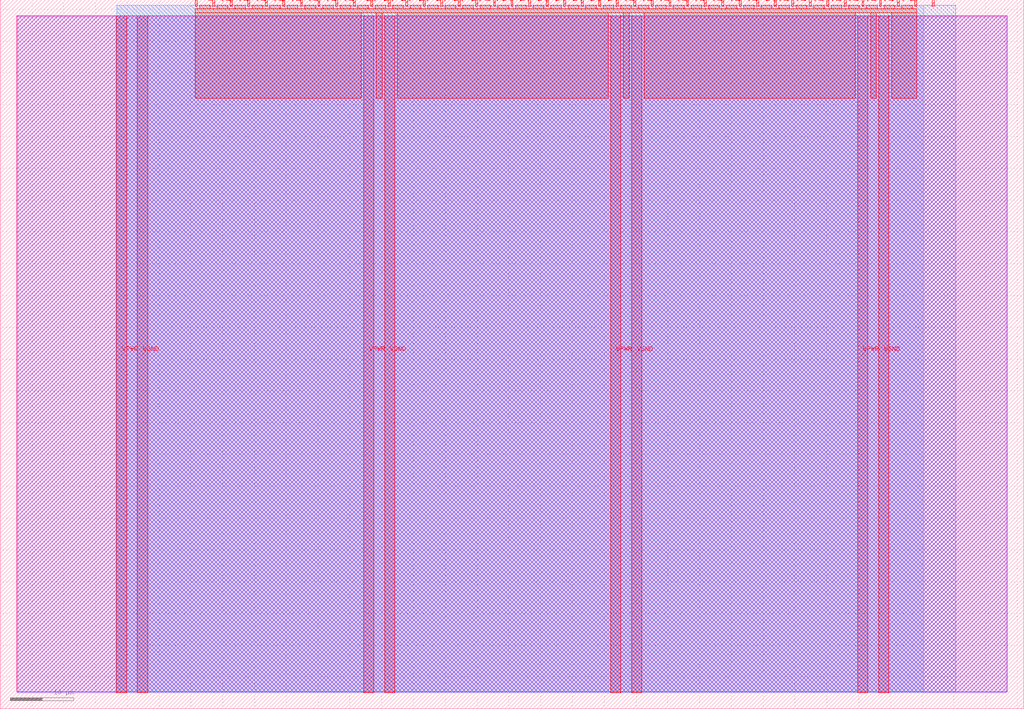
<source format=lef>
VERSION 5.7 ;
  NOWIREEXTENSIONATPIN ON ;
  DIVIDERCHAR "/" ;
  BUSBITCHARS "[]" ;
MACRO tt_um_wokwi_414121442515858433
  CLASS BLOCK ;
  FOREIGN tt_um_wokwi_414121442515858433 ;
  ORIGIN 0.000 0.000 ;
  SIZE 161.000 BY 111.520 ;
  PIN VGND
    DIRECTION INOUT ;
    USE GROUND ;
    PORT
      LAYER met4 ;
        RECT 21.580 2.480 23.180 109.040 ;
    END
    PORT
      LAYER met4 ;
        RECT 60.450 2.480 62.050 109.040 ;
    END
    PORT
      LAYER met4 ;
        RECT 99.320 2.480 100.920 109.040 ;
    END
    PORT
      LAYER met4 ;
        RECT 138.190 2.480 139.790 109.040 ;
    END
  END VGND
  PIN VPWR
    DIRECTION INOUT ;
    USE POWER ;
    PORT
      LAYER met4 ;
        RECT 18.280 2.480 19.880 109.040 ;
    END
    PORT
      LAYER met4 ;
        RECT 57.150 2.480 58.750 109.040 ;
    END
    PORT
      LAYER met4 ;
        RECT 96.020 2.480 97.620 109.040 ;
    END
    PORT
      LAYER met4 ;
        RECT 134.890 2.480 136.490 109.040 ;
    END
  END VPWR
  PIN clk
    DIRECTION INPUT ;
    USE SIGNAL ;
    ANTENNAGATEAREA 0.159000 ;
    PORT
      LAYER met4 ;
        RECT 143.830 110.520 144.130 111.520 ;
    END
  END clk
  PIN ena
    DIRECTION INPUT ;
    USE SIGNAL ;
    PORT
      LAYER met4 ;
        RECT 146.590 110.520 146.890 111.520 ;
    END
  END ena
  PIN rst_n
    DIRECTION INPUT ;
    USE SIGNAL ;
    PORT
      LAYER met4 ;
        RECT 141.070 110.520 141.370 111.520 ;
    END
  END rst_n
  PIN ui_in[0]
    DIRECTION INPUT ;
    USE SIGNAL ;
    ANTENNAGATEAREA 0.196500 ;
    PORT
      LAYER met4 ;
        RECT 138.310 110.520 138.610 111.520 ;
    END
  END ui_in[0]
  PIN ui_in[1]
    DIRECTION INPUT ;
    USE SIGNAL ;
    ANTENNAGATEAREA 0.196500 ;
    PORT
      LAYER met4 ;
        RECT 135.550 110.520 135.850 111.520 ;
    END
  END ui_in[1]
  PIN ui_in[2]
    DIRECTION INPUT ;
    USE SIGNAL ;
    ANTENNAGATEAREA 0.196500 ;
    PORT
      LAYER met4 ;
        RECT 132.790 110.520 133.090 111.520 ;
    END
  END ui_in[2]
  PIN ui_in[3]
    DIRECTION INPUT ;
    USE SIGNAL ;
    ANTENNAGATEAREA 0.196500 ;
    PORT
      LAYER met4 ;
        RECT 130.030 110.520 130.330 111.520 ;
    END
  END ui_in[3]
  PIN ui_in[4]
    DIRECTION INPUT ;
    USE SIGNAL ;
    PORT
      LAYER met4 ;
        RECT 127.270 110.520 127.570 111.520 ;
    END
  END ui_in[4]
  PIN ui_in[5]
    DIRECTION INPUT ;
    USE SIGNAL ;
    PORT
      LAYER met4 ;
        RECT 124.510 110.520 124.810 111.520 ;
    END
  END ui_in[5]
  PIN ui_in[6]
    DIRECTION INPUT ;
    USE SIGNAL ;
    PORT
      LAYER met4 ;
        RECT 121.750 110.520 122.050 111.520 ;
    END
  END ui_in[6]
  PIN ui_in[7]
    DIRECTION INPUT ;
    USE SIGNAL ;
    PORT
      LAYER met4 ;
        RECT 118.990 110.520 119.290 111.520 ;
    END
  END ui_in[7]
  PIN uio_in[0]
    DIRECTION INPUT ;
    USE SIGNAL ;
    PORT
      LAYER met4 ;
        RECT 116.230 110.520 116.530 111.520 ;
    END
  END uio_in[0]
  PIN uio_in[1]
    DIRECTION INPUT ;
    USE SIGNAL ;
    PORT
      LAYER met4 ;
        RECT 113.470 110.520 113.770 111.520 ;
    END
  END uio_in[1]
  PIN uio_in[2]
    DIRECTION INPUT ;
    USE SIGNAL ;
    PORT
      LAYER met4 ;
        RECT 110.710 110.520 111.010 111.520 ;
    END
  END uio_in[2]
  PIN uio_in[3]
    DIRECTION INPUT ;
    USE SIGNAL ;
    PORT
      LAYER met4 ;
        RECT 107.950 110.520 108.250 111.520 ;
    END
  END uio_in[3]
  PIN uio_in[4]
    DIRECTION INPUT ;
    USE SIGNAL ;
    PORT
      LAYER met4 ;
        RECT 105.190 110.520 105.490 111.520 ;
    END
  END uio_in[4]
  PIN uio_in[5]
    DIRECTION INPUT ;
    USE SIGNAL ;
    PORT
      LAYER met4 ;
        RECT 102.430 110.520 102.730 111.520 ;
    END
  END uio_in[5]
  PIN uio_in[6]
    DIRECTION INPUT ;
    USE SIGNAL ;
    PORT
      LAYER met4 ;
        RECT 99.670 110.520 99.970 111.520 ;
    END
  END uio_in[6]
  PIN uio_in[7]
    DIRECTION INPUT ;
    USE SIGNAL ;
    PORT
      LAYER met4 ;
        RECT 96.910 110.520 97.210 111.520 ;
    END
  END uio_in[7]
  PIN uio_oe[0]
    DIRECTION OUTPUT ;
    USE SIGNAL ;
    PORT
      LAYER met4 ;
        RECT 49.990 110.520 50.290 111.520 ;
    END
  END uio_oe[0]
  PIN uio_oe[1]
    DIRECTION OUTPUT ;
    USE SIGNAL ;
    PORT
      LAYER met4 ;
        RECT 47.230 110.520 47.530 111.520 ;
    END
  END uio_oe[1]
  PIN uio_oe[2]
    DIRECTION OUTPUT ;
    USE SIGNAL ;
    PORT
      LAYER met4 ;
        RECT 44.470 110.520 44.770 111.520 ;
    END
  END uio_oe[2]
  PIN uio_oe[3]
    DIRECTION OUTPUT ;
    USE SIGNAL ;
    PORT
      LAYER met4 ;
        RECT 41.710 110.520 42.010 111.520 ;
    END
  END uio_oe[3]
  PIN uio_oe[4]
    DIRECTION OUTPUT ;
    USE SIGNAL ;
    PORT
      LAYER met4 ;
        RECT 38.950 110.520 39.250 111.520 ;
    END
  END uio_oe[4]
  PIN uio_oe[5]
    DIRECTION OUTPUT ;
    USE SIGNAL ;
    PORT
      LAYER met4 ;
        RECT 36.190 110.520 36.490 111.520 ;
    END
  END uio_oe[5]
  PIN uio_oe[6]
    DIRECTION OUTPUT ;
    USE SIGNAL ;
    PORT
      LAYER met4 ;
        RECT 33.430 110.520 33.730 111.520 ;
    END
  END uio_oe[6]
  PIN uio_oe[7]
    DIRECTION OUTPUT ;
    USE SIGNAL ;
    PORT
      LAYER met4 ;
        RECT 30.670 110.520 30.970 111.520 ;
    END
  END uio_oe[7]
  PIN uio_out[0]
    DIRECTION OUTPUT ;
    USE SIGNAL ;
    PORT
      LAYER met4 ;
        RECT 72.070 110.520 72.370 111.520 ;
    END
  END uio_out[0]
  PIN uio_out[1]
    DIRECTION OUTPUT ;
    USE SIGNAL ;
    PORT
      LAYER met4 ;
        RECT 69.310 110.520 69.610 111.520 ;
    END
  END uio_out[1]
  PIN uio_out[2]
    DIRECTION OUTPUT ;
    USE SIGNAL ;
    PORT
      LAYER met4 ;
        RECT 66.550 110.520 66.850 111.520 ;
    END
  END uio_out[2]
  PIN uio_out[3]
    DIRECTION OUTPUT ;
    USE SIGNAL ;
    PORT
      LAYER met4 ;
        RECT 63.790 110.520 64.090 111.520 ;
    END
  END uio_out[3]
  PIN uio_out[4]
    DIRECTION OUTPUT ;
    USE SIGNAL ;
    PORT
      LAYER met4 ;
        RECT 61.030 110.520 61.330 111.520 ;
    END
  END uio_out[4]
  PIN uio_out[5]
    DIRECTION OUTPUT ;
    USE SIGNAL ;
    PORT
      LAYER met4 ;
        RECT 58.270 110.520 58.570 111.520 ;
    END
  END uio_out[5]
  PIN uio_out[6]
    DIRECTION OUTPUT ;
    USE SIGNAL ;
    PORT
      LAYER met4 ;
        RECT 55.510 110.520 55.810 111.520 ;
    END
  END uio_out[6]
  PIN uio_out[7]
    DIRECTION OUTPUT ;
    USE SIGNAL ;
    PORT
      LAYER met4 ;
        RECT 52.750 110.520 53.050 111.520 ;
    END
  END uio_out[7]
  PIN uo_out[0]
    DIRECTION OUTPUT ;
    USE SIGNAL ;
    PORT
      LAYER met4 ;
        RECT 94.150 110.520 94.450 111.520 ;
    END
  END uo_out[0]
  PIN uo_out[1]
    DIRECTION OUTPUT ;
    USE SIGNAL ;
    ANTENNADIFFAREA 0.795200 ;
    PORT
      LAYER met4 ;
        RECT 91.390 110.520 91.690 111.520 ;
    END
  END uo_out[1]
  PIN uo_out[2]
    DIRECTION OUTPUT ;
    USE SIGNAL ;
    PORT
      LAYER met4 ;
        RECT 88.630 110.520 88.930 111.520 ;
    END
  END uo_out[2]
  PIN uo_out[3]
    DIRECTION OUTPUT ;
    USE SIGNAL ;
    PORT
      LAYER met4 ;
        RECT 85.870 110.520 86.170 111.520 ;
    END
  END uo_out[3]
  PIN uo_out[4]
    DIRECTION OUTPUT ;
    USE SIGNAL ;
    ANTENNADIFFAREA 0.445500 ;
    PORT
      LAYER met4 ;
        RECT 83.110 110.520 83.410 111.520 ;
    END
  END uo_out[4]
  PIN uo_out[5]
    DIRECTION OUTPUT ;
    USE SIGNAL ;
    ANTENNADIFFAREA 0.445500 ;
    PORT
      LAYER met4 ;
        RECT 80.350 110.520 80.650 111.520 ;
    END
  END uo_out[5]
  PIN uo_out[6]
    DIRECTION OUTPUT ;
    USE SIGNAL ;
    PORT
      LAYER met4 ;
        RECT 77.590 110.520 77.890 111.520 ;
    END
  END uo_out[6]
  PIN uo_out[7]
    DIRECTION OUTPUT ;
    USE SIGNAL ;
    ANTENNADIFFAREA 0.445500 ;
    PORT
      LAYER met4 ;
        RECT 74.830 110.520 75.130 111.520 ;
    END
  END uo_out[7]
  OBS
      LAYER nwell ;
        RECT 2.570 2.635 158.430 108.990 ;
      LAYER li1 ;
        RECT 2.760 2.635 158.240 108.885 ;
      LAYER met1 ;
        RECT 2.760 2.480 158.240 109.040 ;
      LAYER met2 ;
        RECT 18.310 2.535 150.320 110.685 ;
      LAYER met3 ;
        RECT 18.290 2.555 145.295 110.665 ;
      LAYER met4 ;
        RECT 31.370 110.120 33.030 110.665 ;
        RECT 34.130 110.120 35.790 110.665 ;
        RECT 36.890 110.120 38.550 110.665 ;
        RECT 39.650 110.120 41.310 110.665 ;
        RECT 42.410 110.120 44.070 110.665 ;
        RECT 45.170 110.120 46.830 110.665 ;
        RECT 47.930 110.120 49.590 110.665 ;
        RECT 50.690 110.120 52.350 110.665 ;
        RECT 53.450 110.120 55.110 110.665 ;
        RECT 56.210 110.120 57.870 110.665 ;
        RECT 58.970 110.120 60.630 110.665 ;
        RECT 61.730 110.120 63.390 110.665 ;
        RECT 64.490 110.120 66.150 110.665 ;
        RECT 67.250 110.120 68.910 110.665 ;
        RECT 70.010 110.120 71.670 110.665 ;
        RECT 72.770 110.120 74.430 110.665 ;
        RECT 75.530 110.120 77.190 110.665 ;
        RECT 78.290 110.120 79.950 110.665 ;
        RECT 81.050 110.120 82.710 110.665 ;
        RECT 83.810 110.120 85.470 110.665 ;
        RECT 86.570 110.120 88.230 110.665 ;
        RECT 89.330 110.120 90.990 110.665 ;
        RECT 92.090 110.120 93.750 110.665 ;
        RECT 94.850 110.120 96.510 110.665 ;
        RECT 97.610 110.120 99.270 110.665 ;
        RECT 100.370 110.120 102.030 110.665 ;
        RECT 103.130 110.120 104.790 110.665 ;
        RECT 105.890 110.120 107.550 110.665 ;
        RECT 108.650 110.120 110.310 110.665 ;
        RECT 111.410 110.120 113.070 110.665 ;
        RECT 114.170 110.120 115.830 110.665 ;
        RECT 116.930 110.120 118.590 110.665 ;
        RECT 119.690 110.120 121.350 110.665 ;
        RECT 122.450 110.120 124.110 110.665 ;
        RECT 125.210 110.120 126.870 110.665 ;
        RECT 127.970 110.120 129.630 110.665 ;
        RECT 130.730 110.120 132.390 110.665 ;
        RECT 133.490 110.120 135.150 110.665 ;
        RECT 136.250 110.120 137.910 110.665 ;
        RECT 139.010 110.120 140.670 110.665 ;
        RECT 141.770 110.120 143.430 110.665 ;
        RECT 30.655 109.440 144.145 110.120 ;
        RECT 30.655 96.055 56.750 109.440 ;
        RECT 59.150 96.055 60.050 109.440 ;
        RECT 62.450 96.055 95.620 109.440 ;
        RECT 98.020 96.055 98.920 109.440 ;
        RECT 101.320 96.055 134.490 109.440 ;
        RECT 136.890 96.055 137.790 109.440 ;
        RECT 140.190 96.055 144.145 109.440 ;
  END
END tt_um_wokwi_414121442515858433
END LIBRARY


</source>
